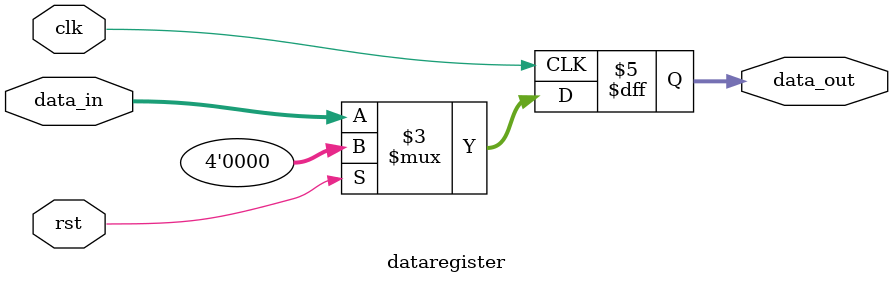
<source format=v>
`timescale 1ns / 1ps


`timescale 1ns / 1ps
//////////////////////////////////////////////////////////////////////////////////
// Company: 
// Engineer: 
// 
// Create Date: 01/17/2023 04:41:15 PM
// Design Name: 
// Module Name: dataregister
// Project Name: 
// Target Devices: 
// Tool Versions: 
// Description: 
// 
// Dependencies: 
// 
// Revision:
// Revision 0.01 - File Created
// Additional Comments:
// 
//////////////////////////////////////////////////////////////////////////////////


module dataregister #(
    parameter WIDTH = 4
) (
    input clk,
    input rst,
    input [WIDTH-1:0] data_in,
    output reg [WIDTH-1:0] data_out
);

always @ (posedge clk) begin
    if (rst) begin
        data_out <= {WIDTH{1'b0}};
    end else begin
        data_out <= data_in;
    end
end

endmodule


</source>
